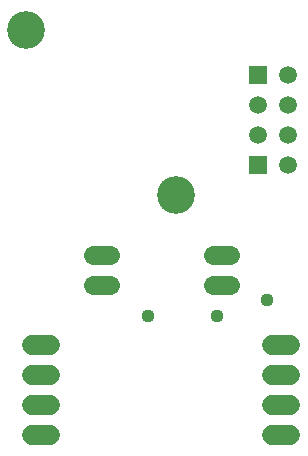
<source format=gbr>
G04 EAGLE Gerber RS-274X export*
G75*
%MOMM*%
%FSLAX34Y34*%
%LPD*%
%INSoldermask Bottom*%
%IPPOS*%
%AMOC8*
5,1,8,0,0,1.08239X$1,22.5*%
G01*
%ADD10C,3.203200*%
%ADD11C,1.625600*%
%ADD12C,1.727200*%
%ADD13R,1.511200X1.511200*%
%ADD14C,1.511200*%
%ADD15C,1.117600*%


D10*
X25400Y368300D03*
X152400Y228600D03*
D11*
X96012Y152400D02*
X81788Y152400D01*
X81788Y177800D02*
X96012Y177800D01*
X183388Y152400D02*
X197612Y152400D01*
X197612Y177800D02*
X183388Y177800D01*
D12*
X45720Y101600D02*
X30480Y101600D01*
X30480Y76200D02*
X45720Y76200D01*
X45720Y50800D02*
X30480Y50800D01*
X30480Y25400D02*
X45720Y25400D01*
X233680Y101600D02*
X248920Y101600D01*
X248920Y76200D02*
X233680Y76200D01*
X233680Y50800D02*
X248920Y50800D01*
X248920Y25400D02*
X233680Y25400D01*
D13*
X221475Y253850D03*
X221475Y330050D03*
D14*
X221475Y279250D03*
X221475Y304650D03*
X246875Y304650D03*
X246875Y279250D03*
X246875Y253850D03*
X246875Y330050D03*
D15*
X228854Y139700D03*
X128270Y125730D03*
X186944Y125730D03*
M02*

</source>
